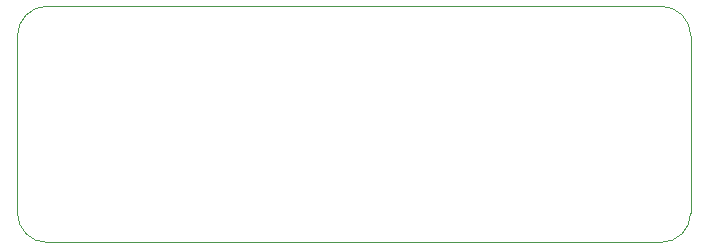
<source format=gm1>
G04 #@! TF.GenerationSoftware,KiCad,Pcbnew,(5.1.0-1220-ga833aeeac)*
G04 #@! TF.CreationDate,2019-07-09T23:07:38+03:00*
G04 #@! TF.ProjectId,proto_II_buck_kicad,70726f74-6f5f-4494-995f-6275636b5f6b,rev?*
G04 #@! TF.SameCoordinates,Original*
G04 #@! TF.FileFunction,Profile,NP*
%FSLAX46Y46*%
G04 Gerber Fmt 4.6, Leading zero omitted, Abs format (unit mm)*
G04 Created by KiCad (PCBNEW (5.1.0-1220-ga833aeeac)) date 2019-07-09 23:07:38*
%MOMM*%
%LPD*%
G04 APERTURE LIST*
%ADD10C,0.100000*%
G04 APERTURE END LIST*
D10*
X140000000Y-112500000D02*
G75*
G02X142500000Y-110000000I2500000J0D01*
G01*
X142500000Y-130000000D02*
G75*
G02X140000000Y-127500000I0J2500000D01*
G01*
X197000000Y-127500000D02*
G75*
G02X194500000Y-130000000I-2500000J0D01*
G01*
X194500000Y-110000000D02*
G75*
G02X197000000Y-112500000I0J-2500000D01*
G01*
X140000000Y-127500000D02*
X140000000Y-112500000D01*
X194500000Y-130000000D02*
X142500000Y-130000000D01*
X197000000Y-112500000D02*
X197000000Y-127500000D01*
X142500000Y-110000000D02*
X194500000Y-110000000D01*
M02*

</source>
